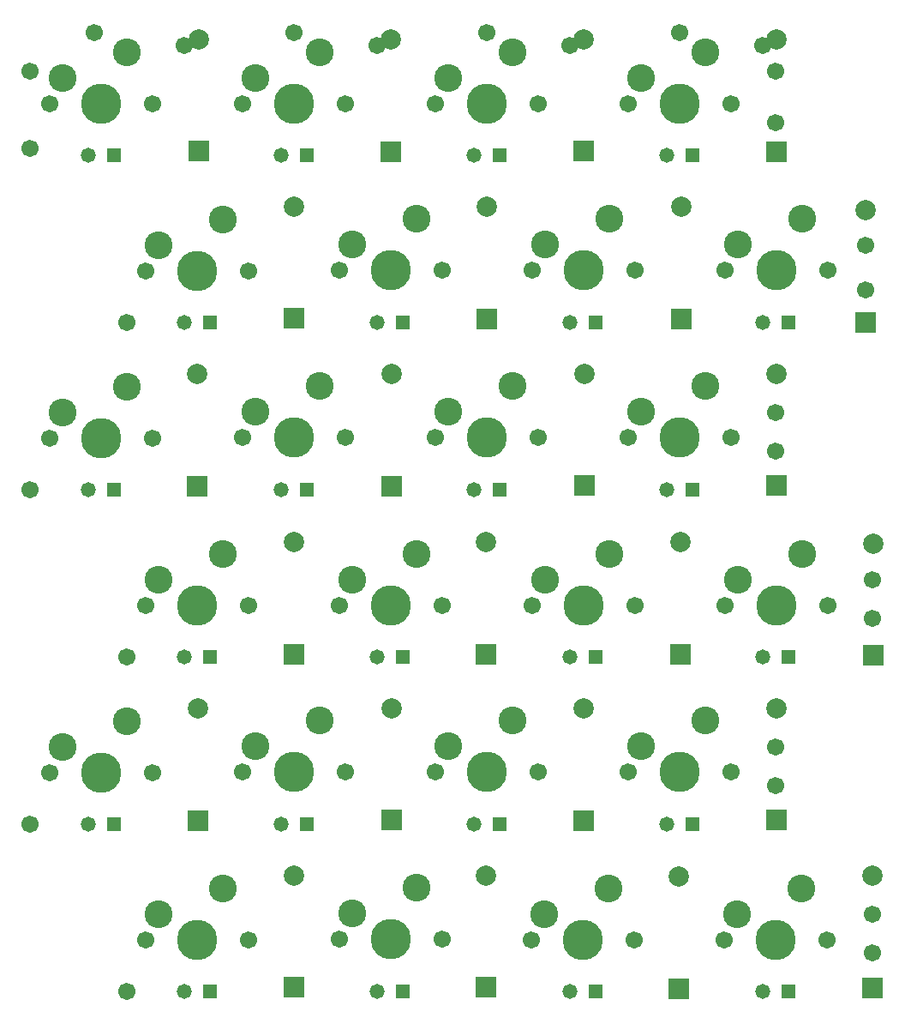
<source format=gts>
G04 DipTrace 2.1.9.2*
%INTopMask.gbr*%
%MOIN*%
%ADD10C,0.0098*%
%ADD11C,0.006*%
%ADD12C,0.003*%
%ADD13C,0.013*%
%ADD14C,0.1*%
%ADD15R,0.0709X0.0709*%
%ADD16C,0.0709*%
%ADD17C,0.05*%
%ADD18R,0.05X0.05*%
%ADD19C,0.0591*%
%ADD20C,0.157*%
%ADD21C,0.067*%
%ADD22C,0.0472*%
%ADD23C,0.028*%
%ADD24C,0.0354*%
%ADD25C,0.008*%
%ADD26C,0.0511*%
%ADD27R,0.058X0.058*%
%ADD28R,0.042X0.042*%
%ADD29C,0.058*%
%ADD30C,0.042*%
%ADD31C,0.0789*%
%ADD32C,0.0629*%
%ADD33R,0.0789X0.0789*%
%ADD34R,0.0629X0.0629*%
%ADD35C,0.108*%
%ADD36C,0.092*%
%ADD37C,0.0077*%
%FSLAX44Y44*%
%SFA1B1*%
%OFA0B0*%
G04*
G70*
G90*
G75*
G01*
%LNTopMask*%
%LPD*%
D35*
X1750Y36750D3*
X4250Y37750D3*
D20*
X3250Y35750D3*
D21*
X1250D3*
X5250D3*
D35*
X9250Y36750D3*
X11750Y37750D3*
D20*
X10750Y35750D3*
D21*
X8750D3*
X12750D3*
D35*
X16750Y36750D3*
X19250Y37750D3*
D20*
X18250Y35750D3*
D21*
X16250D3*
X20250D3*
D35*
X24250Y36750D3*
X26750Y37750D3*
D20*
X25750Y35750D3*
D21*
X23750D3*
X27750D3*
D33*
X7050Y33900D3*
D31*
Y38250D3*
D33*
X14525Y33875D3*
D31*
Y38225D3*
D33*
X22025Y33900D3*
D31*
Y38250D3*
D33*
X29525Y33875D3*
D31*
Y38225D3*
D35*
X5500Y30250D3*
X8000Y31250D3*
D20*
X7000Y29250D3*
D21*
X5000D3*
X9000D3*
D35*
X13025Y30275D3*
X15525Y31275D3*
D20*
X14525Y29275D3*
D21*
X12525D3*
X16525D3*
D35*
X20525Y30275D3*
X23025Y31275D3*
D20*
X22025Y29275D3*
D21*
X20025D3*
X24025D3*
D35*
X28025Y30275D3*
X30525Y31275D3*
D20*
X29525Y29275D3*
D21*
X27525D3*
X31525D3*
D33*
X10750Y27400D3*
D31*
Y31750D3*
D33*
X18275Y27375D3*
D31*
Y31725D3*
D33*
X25825Y27375D3*
D31*
Y31725D3*
D33*
X33000Y27250D3*
D31*
Y31600D3*
D35*
X1750Y23750D3*
X4250Y24750D3*
D20*
X3250Y22750D3*
D21*
X1250D3*
X5250D3*
D35*
X9275Y23775D3*
X11775Y24775D3*
D20*
X10775Y22775D3*
D21*
X8775D3*
X12775D3*
D35*
X16775Y23775D3*
X19275Y24775D3*
D20*
X18275Y22775D3*
D21*
X16275D3*
X20275D3*
D35*
X24275Y23775D3*
X26775Y24775D3*
D20*
X25775Y22775D3*
D21*
X23775D3*
X27775D3*
D33*
X7000Y20875D3*
D31*
Y25225D3*
D33*
X14550Y20875D3*
D31*
Y25225D3*
D33*
X22050Y20900D3*
D31*
Y25250D3*
D33*
X29525Y20900D3*
D31*
Y25250D3*
D35*
X5500Y17250D3*
X8000Y18250D3*
D20*
X7000Y16250D3*
D21*
X5000D3*
X9000D3*
D35*
X13025Y17250D3*
X15525Y18250D3*
D20*
X14525Y16250D3*
D21*
X12525D3*
X16525D3*
D35*
X20525Y17250D3*
X23025Y18250D3*
D20*
X22025Y16250D3*
D21*
X20025D3*
X24025D3*
D35*
X28025Y17225D3*
X30525Y18225D3*
D20*
X29525Y16225D3*
D21*
X27525D3*
X31525D3*
D33*
X10750Y14350D3*
D31*
Y18700D3*
D33*
X18225Y14350D3*
D31*
Y18700D3*
D33*
X25800Y14350D3*
D31*
Y18700D3*
D33*
X33300Y14300D3*
D31*
Y18650D3*
D35*
X1750Y10750D3*
X4250Y11750D3*
D20*
X3250Y9750D3*
D21*
X1250D3*
X5250D3*
D35*
X9275Y10775D3*
X11775Y11775D3*
D20*
X10775Y9775D3*
D21*
X8775D3*
X12775D3*
D35*
X16775Y10775D3*
X19275Y11775D3*
D20*
X18275Y9775D3*
D21*
X16275D3*
X20275D3*
D35*
X24275Y10775D3*
X26775Y11775D3*
D20*
X25775Y9775D3*
D21*
X23775D3*
X27775D3*
D33*
X7025Y7875D3*
D31*
Y12225D3*
D33*
X14550Y7900D3*
D31*
Y12250D3*
D33*
X22025Y7875D3*
D31*
Y12225D3*
D33*
X29525Y7900D3*
D31*
Y12250D3*
D35*
X5500Y4250D3*
X8000Y5250D3*
D20*
X7000Y3250D3*
D21*
X5000D3*
X9000D3*
D35*
X13025Y4275D3*
X15525Y5275D3*
D20*
X14525Y3275D3*
D21*
X12525D3*
X16525D3*
D35*
X20500Y4225D3*
X23000Y5225D3*
D20*
X22000Y3225D3*
D21*
X20000D3*
X24000D3*
D35*
X28000Y4250D3*
X30500Y5250D3*
D20*
X29500Y3250D3*
D21*
X27500D3*
X31500D3*
D33*
X10750Y1400D3*
D31*
Y5750D3*
D33*
X18225Y1400D3*
D31*
Y5750D3*
D33*
X25725Y1350D3*
D31*
Y5700D3*
D33*
X33275Y1375D3*
D31*
Y5725D3*
D29*
X2750Y33750D3*
D27*
X3750D3*
D29*
X10250D3*
D27*
X11250D3*
D29*
X17750D3*
D27*
X18750D3*
D29*
X25250D3*
D27*
X26250D3*
D29*
X6500Y27250D3*
D27*
X7500D3*
D29*
X14000D3*
D27*
X15000D3*
D29*
X21500D3*
D27*
X22500D3*
D29*
X29000D3*
D27*
X30000D3*
D29*
X2750Y20750D3*
D27*
X3750D3*
D29*
X10250D3*
D27*
X11250D3*
D29*
X17750D3*
D27*
X18750D3*
D29*
X25250D3*
D27*
X26250D3*
D29*
X6500Y14250D3*
D27*
X7500D3*
D29*
X14000D3*
D27*
X15000D3*
D29*
X21500D3*
D27*
X22500D3*
D29*
X29000D3*
D27*
X30000D3*
D29*
X2750Y7750D3*
D27*
X3750D3*
D29*
X10250D3*
D27*
X11250D3*
D29*
X17750D3*
D27*
X18750D3*
D29*
X25250D3*
D27*
X26250D3*
D29*
X6500Y1250D3*
D27*
X7500D3*
D29*
X14000D3*
D27*
X15000D3*
D29*
X21500D3*
D27*
X22500D3*
D29*
X29000D3*
D27*
X30000D3*
D21*
X6500Y38000D3*
X14000D3*
X21500D3*
X29000D3*
X500Y37000D3*
X29500D3*
X500Y34000D3*
X3000Y38500D3*
X10750D3*
X18250D3*
X25750D3*
X4250Y27250D3*
X500Y20750D3*
X4250Y14250D3*
X500Y7750D3*
X4250Y1250D3*
X33000Y30250D3*
X29500Y23750D3*
X33250Y17250D3*
X29500Y10750D3*
X33250Y4250D3*
X29500Y35000D3*
X33000Y28500D3*
X29500Y22250D3*
X33250Y15750D3*
X29500Y9250D3*
X33250Y2750D3*
M02*

</source>
